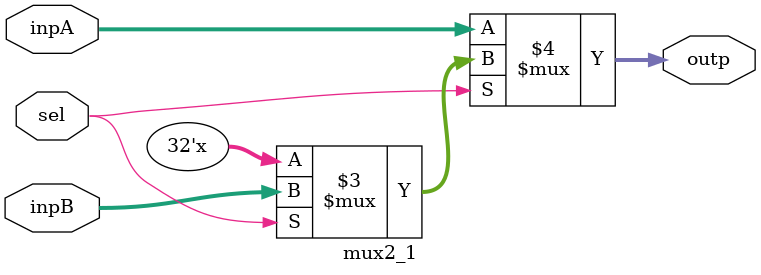
<source format=v>
module mux2_1 #(
    parameter DWIDTH = 32
)
(inpA, inpB, sel, outp);
    input [DWIDTH-1:0] inpA, inpB;
    input sel;
    output [DWIDTH-1:0] outp;

    assign outp = (sel == 1'b0) ? inpA : ((sel == 1'b1) ? inpB : 32'bx);
endmodule
</source>
